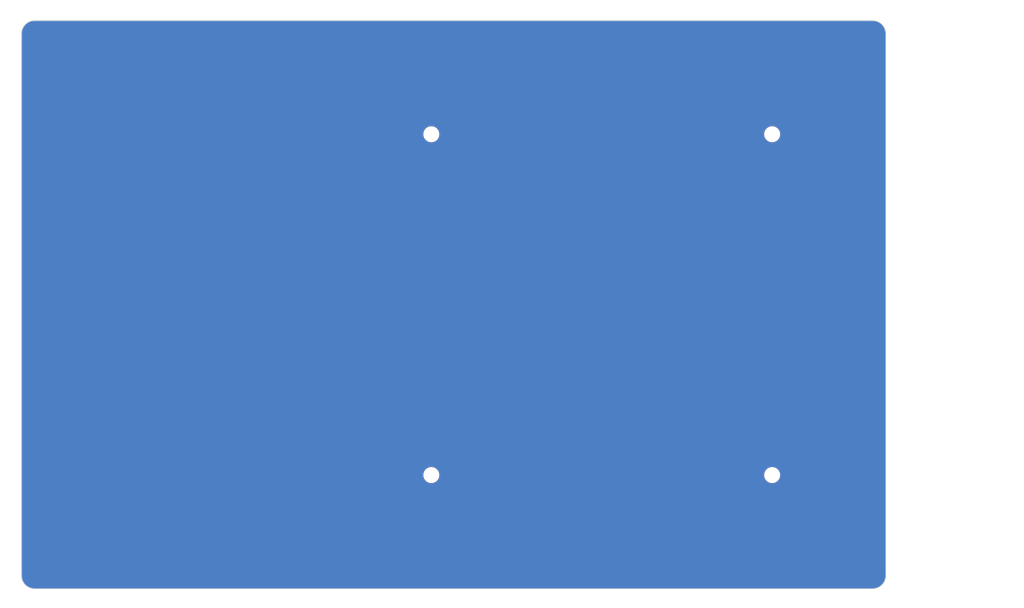
<source format=kicad_pcb>
(kicad_pcb (version 20241229) (generator "pcbnew") (generator_version "9.0")
  (layers (0 "F.Cu" signal) (2 "B.Cu" signal) (13 "F.Paste" user) (15 "B.Paste" user) (5 "F.SilkS" user "F.Silkscreen") (7 "B.SilkS" user "B.Silkscreen") (1 "F.Mask" user) (3 "B.Mask" user) (25 "Edge.Cuts" user))
  (net 0 "")
  (footprint "MountingHole:MountingHole_2.2mm_M2" (layer "F.Cu") (at 164.325 105.2)
    (property "Reference" "H4" (hide yes))
    (property "Value" "M2")
    (pad "" np_thru_hole circle (at 0 0) (size 2.2 2.2) (drill 2.2) (layers "*.Cu" "*.Mask"))
  )
  (footprint "MountingHole:MountingHole_2.2mm_M2" (layer "F.Cu") (at 107.175 48.05)
    (property "Reference" "H1" (hide yes))
    (property "Value" "M2")
    (pad "" np_thru_hole circle (at 0 0) (size 2.2 2.2) (drill 2.2) (layers "*.Cu" "*.Mask"))
  )
  (footprint "MountingHole:MountingHole_2.2mm_M2" (layer "F.Cu") (at 107.175 105.2)
    (property "Reference" "H2" (hide yes))
    (property "Value" "M2")
    (pad "" np_thru_hole circle (at 0 0) (size 2.2 2.2) (drill 2.2) (layers "*.Cu" "*.Mask"))
  )
  (footprint "MountingHole:MountingHole_2.2mm_M2" (layer "F.Cu") (at 164.325 48.05)
    (property "Reference" "H3" (hide yes))
    (property "Value" "M2")
    (pad "" np_thru_hole circle (at 0 0) (size 2.2 2.2) (drill 2.2) (layers "*.Cu" "*.Mask"))
  )
  (footprint "DreaM117er-keebLibrary:Trackpad_Cirque_TM040040" (layer "F.Cu") (at 63.218 99.493 -90)
    (property "Reference" "H5" (hide yes))
    (property "Value" "TM040040")
  )
  (gr_line (start 181.175 29) (end 40.661 29) (stroke (width 0.1)) (layer "Edge.Cuts"))
  (gr_line (start 183.375 31.2) (end 183.375 122.05) (stroke (width 0.1)) (layer "Edge.Cuts"))
  (gr_arc (start 181.175 29) (mid 182.730635 29.644365) (end 183.375 31.2) (stroke (width 0.1)) (layer "Edge.Cuts"))
  (gr_arc (start 183.375 122.05) (mid 182.730635 123.605635) (end 181.175 124.25) (stroke (width 0.1)) (layer "Edge.Cuts"))
  (gr_arc (start 40.661 124.25) (mid 39.105365 123.605635) (end 38.461 122.05) (stroke (width 0.1)) (layer "Edge.Cuts"))
  (gr_arc (start 38.461 31.2) (mid 39.105365 29.644365) (end 40.661 29) (stroke (width 0.1)) (layer "Edge.Cuts"))
  (gr_line (start 181.175 124.25) (end 40.661 124.25) (stroke (width 0.1)) (layer "Edge.Cuts"))
  (gr_line (start 38.461 31.2) (end 38.461 122.05) (stroke (width 0.1)) (layer "Edge.Cuts"))
  (zone (net 0) (net_name "") (layers "F.Cu" "B.Cu") (connect_pads (clearance 0.5)) (min_thickness 0.25) (fill yes (thermal_gap 0.5) (thermal_bridge_width 0.5))
    (polygon (pts (xy 34.85 25.54) (xy 34.85 127.292002) (xy 206.141423 127.521897) (xy 206.56 25.66)))
  )
)
</source>
